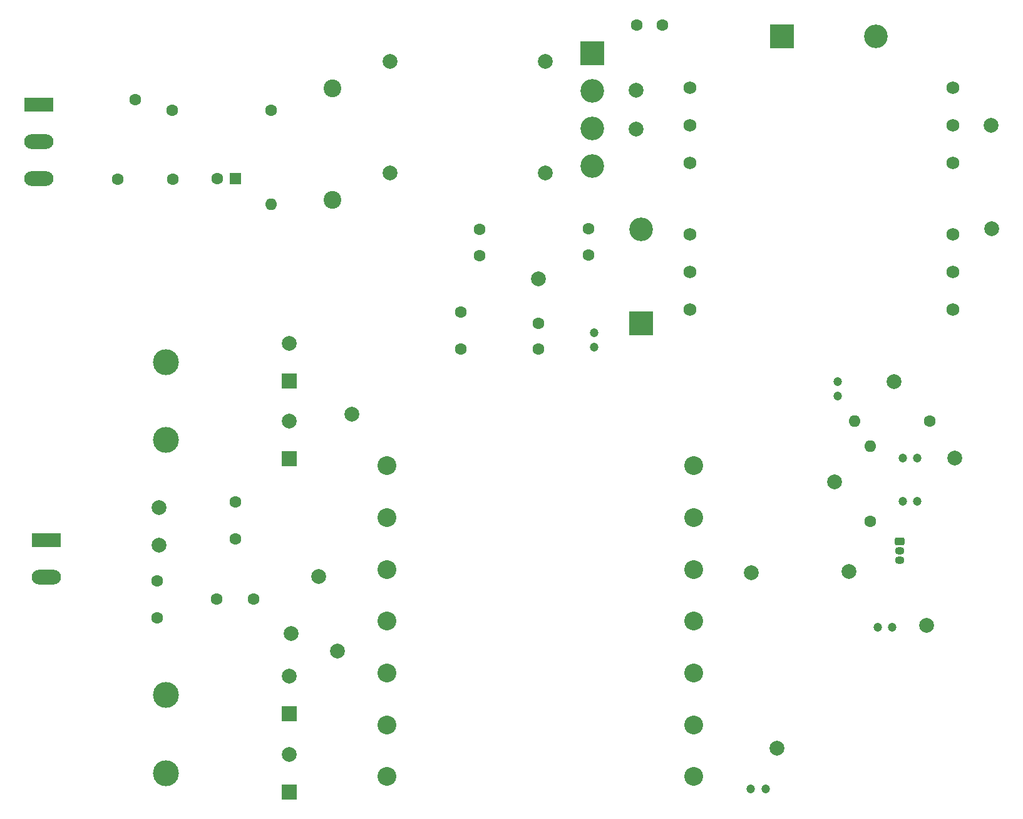
<source format=gts>
G04 #@! TF.GenerationSoftware,KiCad,Pcbnew,9.0.1*
G04 #@! TF.CreationDate,2025-07-18T15:32:59+03:00*
G04 #@! TF.ProjectId,AC-DC G__ kayna__,41432d44-4320-447f-9ce7-206b61796e61,rev?*
G04 #@! TF.SameCoordinates,Original*
G04 #@! TF.FileFunction,Soldermask,Top*
G04 #@! TF.FilePolarity,Negative*
%FSLAX46Y46*%
G04 Gerber Fmt 4.6, Leading zero omitted, Abs format (unit mm)*
G04 Created by KiCad (PCBNEW 9.0.1) date 2025-07-18 15:32:59*
%MOMM*%
%LPD*%
G01*
G04 APERTURE LIST*
G04 Aperture macros list*
%AMRoundRect*
0 Rectangle with rounded corners*
0 $1 Rounding radius*
0 $2 $3 $4 $5 $6 $7 $8 $9 X,Y pos of 4 corners*
0 Add a 4 corners polygon primitive as box body*
4,1,4,$2,$3,$4,$5,$6,$7,$8,$9,$2,$3,0*
0 Add four circle primitives for the rounded corners*
1,1,$1+$1,$2,$3*
1,1,$1+$1,$4,$5*
1,1,$1+$1,$6,$7*
1,1,$1+$1,$8,$9*
0 Add four rect primitives between the rounded corners*
20,1,$1+$1,$2,$3,$4,$5,0*
20,1,$1+$1,$4,$5,$6,$7,0*
20,1,$1+$1,$6,$7,$8,$9,0*
20,1,$1+$1,$8,$9,$2,$3,0*%
G04 Aperture macros list end*
%ADD10C,1.600000*%
%ADD11O,1.600000X1.600000*%
%ADD12C,2.000000*%
%ADD13C,3.500000*%
%ADD14R,2.000000X2.000000*%
%ADD15R,3.200000X3.200000*%
%ADD16C,3.200000*%
%ADD17O,3.200000X3.200000*%
%ADD18C,1.200000*%
%ADD19O,1.300000X1.050000*%
%ADD20RoundRect,0.249900X-0.400100X0.275100X-0.400100X-0.275100X0.400100X-0.275100X0.400100X0.275100X0*%
%ADD21C,2.400000*%
%ADD22R,1.600000X1.600000*%
%ADD23C,1.752600*%
%ADD24R,3.960000X1.980000*%
%ADD25O,3.960000X1.980000*%
%ADD26C,2.540000*%
G04 APERTURE END LIST*
D10*
G04 #@! TO.C,R3*
X97600000Y-69000000D03*
D11*
X97600000Y-81700000D03*
G04 #@! TD*
D12*
G04 #@! TO.C,VCC*
X173800000Y-119200000D03*
G04 #@! TD*
D13*
G04 #@! TO.C,D28*
X83375000Y-103000000D03*
D14*
X100035000Y-105540000D03*
D12*
X100035000Y-100460000D03*
G04 #@! TD*
D15*
G04 #@! TO.C,D1*
X141000000Y-61300000D03*
D16*
X141000000Y-66380000D03*
X141000000Y-71460000D03*
X141000000Y-76540000D03*
G04 #@! TD*
D10*
G04 #@! TO.C,C35*
X123250000Y-96250000D03*
X123250000Y-101250000D03*
G04 #@! TD*
D12*
G04 #@! TO.C,L1*
X113650000Y-77400000D03*
X134650000Y-77400000D03*
X134650000Y-62400000D03*
X113650000Y-62400000D03*
G04 #@! TD*
D13*
G04 #@! TO.C,D18*
X83375000Y-158555000D03*
D14*
X100035000Y-161095000D03*
D12*
X100035000Y-156015000D03*
G04 #@! TD*
D15*
G04 #@! TO.C,D22*
X147650000Y-97730000D03*
D17*
X147650000Y-85030000D03*
G04 #@! TD*
D10*
G04 #@! TO.C,CY1*
X125800000Y-88600000D03*
X125800000Y-85100000D03*
G04 #@! TD*
D18*
G04 #@! TO.C,C25*
X185000000Y-121800000D03*
X183000000Y-121800000D03*
G04 #@! TD*
D10*
G04 #@! TO.C,C15*
X92800000Y-121900000D03*
X92800000Y-126900000D03*
G04 #@! TD*
D13*
G04 #@! TO.C,D29*
X83375000Y-147955000D03*
D14*
X100035000Y-150495000D03*
D12*
X100035000Y-145415000D03*
G04 #@! TD*
D10*
G04 #@! TO.C,C34*
X133750000Y-97750000D03*
X133750000Y-101250000D03*
G04 #@! TD*
G04 #@! TO.C,F1*
X76800000Y-78300000D03*
X84300000Y-78300000D03*
G04 #@! TD*
D13*
G04 #@! TO.C,D17*
X83375000Y-113540000D03*
D14*
X100035000Y-116080000D03*
D12*
X100035000Y-111000000D03*
G04 #@! TD*
D19*
G04 #@! TO.C,Q1*
X182600000Y-129740000D03*
X182600000Y-128470000D03*
D20*
X182600000Y-127200000D03*
G04 #@! TD*
D10*
G04 #@! TO.C,C14*
X95200000Y-135000000D03*
X90200000Y-135000000D03*
G04 #@! TD*
G04 #@! TO.C,C26*
X82200000Y-132535000D03*
X82200000Y-137535000D03*
G04 #@! TD*
D18*
G04 #@! TO.C,C31*
X162465000Y-160655000D03*
X164465000Y-160655000D03*
G04 #@! TD*
D10*
G04 #@! TO.C,C11*
X140500000Y-85000000D03*
X140500000Y-88500000D03*
G04 #@! TD*
G04 #@! TO.C,RV1*
X79250000Y-67533330D03*
X84250000Y-69000000D03*
G04 #@! TD*
D18*
G04 #@! TO.C,C47*
X185000000Y-116000000D03*
X183000000Y-116000000D03*
G04 #@! TD*
D12*
G04 #@! TO.C,TP8*
X190000000Y-116000000D03*
G04 #@! TD*
D21*
G04 #@! TO.C,CY9*
X105900000Y-81050000D03*
X105900000Y-66050000D03*
G04 #@! TD*
D12*
G04 #@! TO.C,TP3*
X194950000Y-71000000D03*
G04 #@! TD*
G04 #@! TO.C,VCC*
X181800000Y-105600000D03*
G04 #@! TD*
D15*
G04 #@! TO.C,D23*
X166650000Y-59000000D03*
D17*
X179350000Y-59000000D03*
G04 #@! TD*
D12*
G04 #@! TO.C,400V*
X133750000Y-91750000D03*
G04 #@! TD*
D22*
G04 #@! TO.C,TH1*
X92800000Y-78200000D03*
D10*
X90300000Y-78200000D03*
G04 #@! TD*
D23*
G04 #@! TO.C,L3*
X154250000Y-95900000D03*
X154250000Y-90799990D03*
X154250000Y-85699996D03*
X154250000Y-76099994D03*
X154250000Y-71000000D03*
X154250000Y-65899990D03*
X189750005Y-95900000D03*
X189750005Y-90799990D03*
X189750005Y-85699996D03*
X189750005Y-76099994D03*
X189750005Y-71000000D03*
X189750005Y-65899990D03*
G04 #@! TD*
D12*
G04 #@! TO.C,+12V*
X100330000Y-139700000D03*
G04 #@! TD*
D24*
G04 #@! TO.C,J2*
X67200000Y-127035000D03*
D25*
X67200000Y-132035000D03*
G04 #@! TD*
D24*
G04 #@! TO.C,J1*
X66200000Y-68200000D03*
D25*
X66200000Y-73200000D03*
X66200000Y-78200000D03*
G04 #@! TD*
D12*
G04 #@! TO.C,HVG*
X175750000Y-131250000D03*
G04 #@! TD*
D26*
G04 #@! TO.C,T2*
X154762500Y-117000000D03*
X154762500Y-124000000D03*
X154762500Y-131000000D03*
X154762500Y-138000000D03*
X154762500Y-145000000D03*
X154762500Y-152000000D03*
X154762500Y-159000000D03*
X113262500Y-159000000D03*
X113262500Y-152000000D03*
X113262500Y-145000000D03*
X113262500Y-138000000D03*
X113262500Y-131000000D03*
X113262500Y-124000000D03*
X113262500Y-117000000D03*
G04 #@! TD*
D12*
G04 #@! TO.C,L*
X146950000Y-71500000D03*
G04 #@! TD*
G04 #@! TO.C,VAUX*
X186200000Y-138600000D03*
G04 #@! TD*
G04 #@! TO.C,N*
X146950000Y-66300000D03*
G04 #@! TD*
D18*
G04 #@! TO.C,C33*
X141250000Y-99000000D03*
X141250000Y-101000000D03*
G04 #@! TD*
D12*
G04 #@! TO.C,L2*
X82400000Y-122660000D03*
X82400000Y-127740000D03*
G04 #@! TD*
G04 #@! TO.C,Opto+*
X166000000Y-155200000D03*
G04 #@! TD*
G04 #@! TO.C,+12V*
X108500000Y-110000000D03*
G04 #@! TD*
G04 #@! TO.C,TP4*
X195000000Y-85000000D03*
G04 #@! TD*
D10*
G04 #@! TO.C,R2*
X178600000Y-124480000D03*
D11*
X178600000Y-114320000D03*
G04 #@! TD*
D10*
G04 #@! TO.C,CY2*
X147000000Y-57500000D03*
X150500000Y-57500000D03*
G04 #@! TD*
G04 #@! TO.C,R72*
X186680000Y-111000000D03*
D11*
X176520000Y-111000000D03*
G04 #@! TD*
D18*
G04 #@! TO.C,C51*
X181600000Y-138800000D03*
X179600000Y-138800000D03*
G04 #@! TD*
D12*
G04 #@! TO.C,LVG*
X162560000Y-131445000D03*
G04 #@! TD*
D18*
G04 #@! TO.C,C43*
X174200000Y-107600000D03*
X174200000Y-105600000D03*
G04 #@! TD*
D12*
G04 #@! TO.C,TP13*
X104000000Y-132000000D03*
G04 #@! TD*
G04 #@! TO.C,TP12*
X106600000Y-142000000D03*
G04 #@! TD*
M02*

</source>
